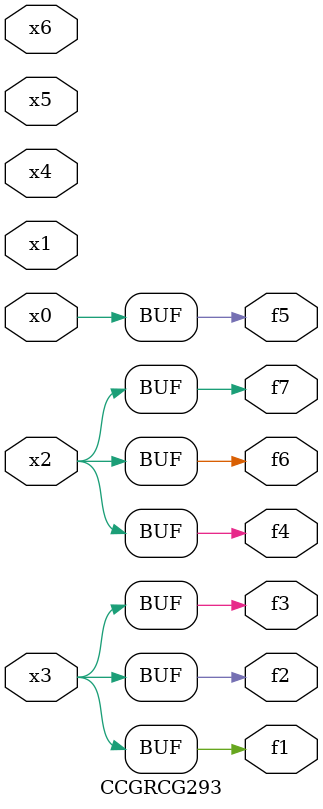
<source format=v>
module CCGRCG293(
	input x0, x1, x2, x3, x4, x5, x6,
	output f1, f2, f3, f4, f5, f6, f7
);
	assign f1 = x3;
	assign f2 = x3;
	assign f3 = x3;
	assign f4 = x2;
	assign f5 = x0;
	assign f6 = x2;
	assign f7 = x2;
endmodule

</source>
